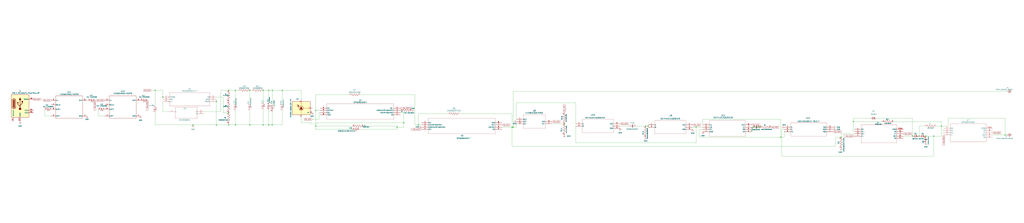
<source format=kicad_sch>
(kicad_sch (version 20231120) (generator "eeschema") (generator_version "8.0")
  (paper "User" 1165.86 254)
  (lib_symbols
    (symbol "06031A100JAT2A:06031A100JAT2A" (pin_names (offset 0.254))
      (property "Reference" "C" (at 3.81 3.81 0))
      (property "Value" "06031A100JAT2A" (at 3.81 -3.81 0))
      (symbol "06031A100JAT2A_1_1"
        (pin unspecified line (at 0 0 0) (length 2.54) (name "") (number "1"))
        (pin unspecified line (at 7.62 0 180) (length 2.54) (name "") (number "2"))
      )
      (symbol "06031A100JAT2A_1_2"
        (pin unspecified line (at 0 0 270) (length 2.54) (name "") (number "1"))
        (pin unspecified line (at 0 -7.62 90) (length 2.54) (name "") (number "2"))
      )
    )
    (symbol "Connector:Conn_Coaxial_Small" (pin_numbers hide) (pin_names (offset 1.016) hide)
      (property "Reference" "J" (at 0.254 3.048 0))
      (property "Value" "Conn_Coaxial_Small" (at 0 -3.81 0))
      (symbol "Conn_Coaxial_Small_1_1"
        (pin passive line (at -2.54 0 0) (length 1.27) (name "In") (number "1"))
        (pin passive line (at 2.54 0 180) (length 1.27) (name "Ext") (number "2"))
      )
    )
    (symbol "Connector:USB_C_Receptacle_PowerOnly_6P" (pin_names (offset 1.016))
      (property "Reference" "J" (at 0 16.51 0))
      (property "Value" "USB_C_Receptacle_PowerOnly_6P" (at 0 13.97 0))
      (symbol "USB_C_Receptacle_PowerOnly_6P_1_1"
        (pin passive line (at 0 -17.78 90) (length 5.08) (name "GND") (number "A12"))
        (pin bidirectional line (at 15.24 -5.08 180) (length 5.08) (name "CC1") (number "A5"))
        (pin passive line (at 15.24 7.62 180) (length 5.08) (name "VBUS") (number "A9"))
        (pin passive line (at 0 -17.78 90) (length 5.08) hide (name "GND") (number "B12"))
        (pin bidirectional line (at 15.24 -7.62 180) (length 5.08) (name "CC2") (number "B5"))
        (pin passive line (at 15.24 7.62 180) (length 5.08) hide (name "VBUS") (number "B9"))
        (pin passive line (at -7.62 -17.78 90) (length 5.08) (name "SHIELD") (number "S1"))
      )
    )
    (symbol "Diode:BAT54J" (pin_numbers hide) (pin_names (offset 1.016) hide)
      (property "Reference" "D" (at 0 2.54 0))
      (property "Value" "BAT54J" (at 0 -2.54 0))
      (symbol "BAT54J_1_1"
        (pin passive line (at -3.81 0 0) (length 2.54) (name "K") (number "1"))
        (pin passive line (at 3.81 0 180) (length 2.54) (name "A") (number "2"))
      )
    )
    (symbol "MICROFC-60035-SMT-TR1:MICROFC-60035-SMT-TR1" (pin_names (offset 1.016))
      (property "Reference" "U" (at -10.16 7.874 0))
      (property "Value" "MICROFC-60035-SMT-TR1" (at -10.16 -9.144 0))
      (symbol "MICROFC-60035-SMT-TR1_0_0"
        (pin passive line (at 0 -10.16 90) (length 2.54) (name "~") (number "1"))
        (pin passive line (at 12.7 0 180) (length 5.08) (name "~") (number "2"))
        (pin passive line (at 0 10.16 270) (length 5.08) (name "~") (number "3"))
        (pin power_in line (at 12.7 -5.08 180) (length 2.54) (name "EP") (number "5"))
      )
    )
    (symbol "SN74AHC1G00DCKR:SN74AHC1G00DCKR" (pin_names (offset 0.254))
      (property "Reference" "U" (at 25.4 10.16 0))
      (property "Value" "SN74AHC1G00DCKR" (at 25.4 7.62 0))
      (symbol "SN74AHC1G00DCKR_0_1"
        (pin input line (at 0 0 0) (length 7.62) (name "A") (number "1"))
        (pin input line (at 0 -2.54 0) (length 7.62) (name "B") (number "2"))
        (pin power_in line (at 50.8 -5.08 180) (length 7.62) (name "GND") (number "3"))
        (pin output line (at 50.8 -2.54 180) (length 7.62) (name "Y") (number "4"))
        (pin power_in line (at 50.8 0 180) (length 7.62) (name "VCC") (number "5"))
      )
    )
    (symbol "SN74LVC2G02DCUR:SN74LVC2G02DCUR" (pin_names (offset 0.254))
      (property "Reference" "U" (at 27.94 10.16 0))
      (property "Value" "SN74LVC2G02DCUR" (at 27.94 7.62 0))
      (symbol "SN74LVC2G02DCUR_0_1"
        (pin input line (at 0 0 0) (length 7.62) (name "1A") (number "1"))
        (pin input line (at 0 -2.54 0) (length 7.62) (name "1B") (number "2"))
        (pin output line (at 0 -5.08 0) (length 7.62) (name "2Y") (number "3"))
        (pin power_in line (at 0 -7.62 0) (length 7.62) (name "GND") (number "4"))
        (pin input line (at 55.88 -7.62 180) (length 7.62) (name "2A") (number "5"))
        (pin input line (at 55.88 -5.08 180) (length 7.62) (name "2B") (number "6"))
        (pin output line (at 55.88 -2.54 180) (length 7.62) (name "1Y") (number "7"))
        (pin power_in line (at 55.88 0 180) (length 7.62) (name "VCC") (number "8"))
      )
    )
    (symbol "UPW50B500RV:UPW50B500RV" (pin_names (offset 0.254))
      (property "Reference" "R" (at 5.715 3.81 0))
      (property "Value" "UPW50B500RV" (at 6.35 -3.81 0))
      (symbol "UPW50B500RV_1_1"
        (pin unspecified line (at 12.7 0 180) (length 2.54) (name "") (number "1"))
        (pin unspecified line (at 0 0 0) (length 2.54) (name "") (number "2"))
      )
      (symbol "UPW50B500RV_1_2"
        (pin unspecified line (at 0 12.7 270) (length 2.54) (name "") (number "1"))
        (pin unspecified line (at 0 0 90) (length 2.54) (name "") (number "2"))
      )
    )
    (symbol "power:GND" (power) (pin_numbers hide) (pin_names (offset 0) hide)
      (property "Value" "GND" (at 0 -3.81 0))
      (symbol "GND_1_1"
        (pin power_in line (at 0 0 270) (length 0) (name "~") (number "1"))
      )
    )
    (symbol "ul_ADG1201BRJZ-REEL7:ADG1201BRJZ-REEL7" (pin_names (offset 0.254))
      (property "Reference" "U" (at 27.94 10.16 0))
      (property "Value" "ADG1201BRJZ-REEL7" (at 27.94 7.62 0))
      (symbol "ADG1201BRJZ-REEL7_0_1"
        (pin power_in line (at 0 0 0) (length 7.62) (name "VDD") (number "1"))
        (pin unspecified line (at 0 -2.54 0) (length 7.62) (name "GND") (number "2"))
        (pin power_in line (at 0 -5.08 0) (length 7.62) (name "VSS") (number "3"))
        (pin unspecified line (at 55.88 -5.08 180) (length 7.62) (name "S") (number "4"))
        (pin unspecified line (at 55.88 -2.54 180) (length 7.62) (name "D") (number "5"))
        (pin unspecified line (at 55.88 0 180) (length 7.62) (name "IN") (number "6"))
      )
    )
    (symbol "ul_C0603C510J5GACTU:C0603C510J5GACTU" (pin_names (offset 0.254))
      (property "Reference" "C" (at 3.81 3.81 0))
      (property "Value" "C0603C510J5GACTU" (at 3.81 -3.81 0))
      (symbol "C0603C510J5GACTU_1_1"
        (pin unspecified line (at 0 0 0) (length 2.54) (name "") (number "1"))
        (pin unspecified line (at 7.62 0 180) (length 2.54) (name "") (number "2"))
      )
      (symbol "C0603C510J5GACTU_1_2"
        (pin unspecified line (at 0 0 270) (length 2.54) (name "") (number "1"))
        (pin unspecified line (at 0 -7.62 90) (length 2.54) (name "") (number "2"))
      )
    )
    (symbol "ul_CMF552K2300BHEB:CMF552K2300BHEB" (pin_names (offset 0.254))
      (property "Reference" "R" (at 5.715 3.81 0))
      (property "Value" "CMF552K2300BHEB" (at 6.35 -3.81 0))
      (symbol "CMF552K2300BHEB_1_1"
        (pin unspecified line (at 0 0 0) (length 2.54) (name "") (number "1"))
        (pin unspecified line (at 12.7 0 180) (length 2.54) (name "") (number "2"))
      )
      (symbol "CMF552K2300BHEB_1_2"
        (pin unspecified line (at 0 12.7 270) (length 2.54) (name "") (number "1"))
        (pin unspecified line (at 0 0 90) (length 2.54) (name "") (number "2"))
      )
    )
    (symbol "ul_CRG0402F20K:CRG0402F20K" (pin_names (offset 0.254))
      (property "Reference" "R" (at 5.715 3.81 0))
      (property "Value" "CRG0402F20K" (at 6.35 -3.81 0))
      (symbol "CRG0402F20K_1_1"
        (pin unspecified line (at 12.7 0 180) (length 2.54) (name "") (number "1"))
        (pin unspecified line (at 0 0 0) (length 2.54) (name "") (number "2"))
      )
      (symbol "CRG0402F20K_1_2"
        (pin unspecified line (at 0 12.7 270) (length 2.54) (name "") (number "1"))
        (pin unspecified line (at 0 0 90) (length 2.54) (name "") (number "2"))
      )
    )
    (symbol "ul_CRG0603F100K:CRG0603F100K" (pin_names (offset 0.254))
      (property "Reference" "R" (at 5.715 3.81 0))
      (property "Value" "CRG0603F100K" (at 6.35 -3.81 0))
      (symbol "CRG0603F100K_1_1"
        (pin unspecified line (at 12.7 0 180) (length 2.54) (name "") (number "1"))
        (pin unspecified line (at 0 0 0) (length 2.54) (name "") (number "2"))
      )
      (symbol "CRG0603F100K_1_2"
        (pin unspecified line (at 0 12.7 270) (length 2.54) (name "") (number "1"))
        (pin unspecified line (at 0 0 90) (length 2.54) (name "") (number "2"))
      )
    )
    (symbol "ul_CRG0603F10K:CRG0603F10K" (pin_names (offset 0.254))
      (property "Reference" "R" (at 5.715 3.81 0))
      (property "Value" "CRG0603F10K" (at 6.35 -3.81 0))
      (symbol "CRG0603F10K_1_1"
        (pin unspecified line (at 12.7 0 180) (length 2.54) (name "") (number "1"))
        (pin unspecified line (at 0 0 0) (length 2.54) (name "") (number "2"))
      )
      (symbol "CRG0603F10K_1_2"
        (pin unspecified line (at 0 12.7 270) (length 2.54) (name "") (number "1"))
        (pin unspecified line (at 0 0 90) (length 2.54) (name "") (number "2"))
      )
    )
    (symbol "ul_ECH-U1H103GX5:ECH-U1H103GX5" (pin_names (offset 0.254))
      (property "Reference" "C" (at 3.81 3.81 0))
      (property "Value" "ECH-U1H103GX5" (at 3.81 -3.81 0))
      (symbol "ECH-U1H103GX5_1_1"
        (pin unspecified line (at 0 0 0) (length 2.54) (name "") (number "1"))
        (pin unspecified line (at 7.62 0 180) (length 2.54) (name "") (number "2"))
      )
      (symbol "ECH-U1H103GX5_1_2"
        (pin unspecified line (at 0 0 270) (length 2.54) (name "") (number "1"))
        (pin unspecified line (at 0 -7.62 90) (length 2.54) (name "") (number "2"))
      )
    )
    (symbol "ul_EEE-1HA3R3SR:EEE-1HA3R3SR" (pin_names (offset 0.254))
      (property "Reference" "C" (at 3.81 3.81 0))
      (property "Value" "EEE-1HA3R3SR" (at 3.81 -3.81 0))
      (symbol "EEE-1HA3R3SR_1_1"
        (pin unspecified line (at 0 0 0) (length 2.54) (name "") (number "1"))
        (pin unspecified line (at 7.62 0 180) (length 2.54) (name "") (number "2"))
      )
      (symbol "EEE-1HA3R3SR_1_2"
        (pin unspecified line (at 0 -7.62 90) (length 2.54) (name "") (number "1"))
        (pin unspecified line (at 0 0 270) (length 2.54) (name "") (number "2"))
      )
    )
    (symbol "ul_EEE-FK1H101P:EEE-FK1H101P" (pin_names (offset 0.254))
      (property "Reference" "C" (at 3.81 3.81 0))
      (property "Value" "EEE-FK1H101P" (at 3.81 -3.81 0))
      (symbol "EEE-FK1H101P_1_1"
        (pin unspecified line (at 0 0 0) (length 2.54) (name "") (number "1"))
        (pin unspecified line (at 7.62 0 180) (length 2.54) (name "") (number "2"))
      )
      (symbol "EEE-FK1H101P_1_2"
        (pin unspecified line (at 0 -7.62 90) (length 2.54) (name "") (number "1"))
        (pin unspecified line (at 0 0 270) (length 2.54) (name "") (number "2"))
      )
    )
    (symbol "ul_EEE-FK1V220R:EEE-FK1V220R" (pin_names (offset 0.254))
      (property "Reference" "C" (at 3.81 3.81 0))
      (property "Value" "EEE-FK1V220R" (at 3.81 -3.81 0))
      (symbol "EEE-FK1V220R_1_1"
        (pin unspecified line (at 0 0 0) (length 2.54) (name "") (number "1"))
        (pin unspecified line (at 7.62 0 180) (length 2.54) (name "") (number "2"))
      )
      (symbol "EEE-FK1V220R_1_2"
        (pin unspecified line (at 0 -7.62 90) (length 2.54) (name "") (number "1"))
        (pin unspecified line (at 0 0 270) (length 2.54) (name "") (number "2"))
      )
    )
    (symbol "ul_ERJ-1TYJ202U:ERJ-1TYJ202U" (pin_names (offset 0.254))
      (property "Reference" "R" (at 5.715 3.81 0))
      (property "Value" "ERJ-1TYJ202U" (at 6.35 -3.81 0))
      (symbol "ERJ-1TYJ202U_1_1"
        (pin unspecified line (at 12.7 0 180) (length 2.54) (name "") (number "1"))
        (pin unspecified line (at 0 0 0) (length 2.54) (name "") (number "2"))
      )
      (symbol "ERJ-1TYJ202U_1_2"
        (pin unspecified line (at 0 12.7 270) (length 2.54) (name "") (number "1"))
        (pin unspecified line (at 0 0 90) (length 2.54) (name "") (number "2"))
      )
    )
    (symbol "ul_ERJ-2GEJ202X:ERJ-2GEJ202X" (pin_names (offset 0.254))
      (property "Reference" "R" (at 5.715 3.81 0))
      (property "Value" "ERJ-2GEJ202X" (at 6.35 -3.81 0))
      (symbol "ERJ-2GEJ202X_1_1"
        (pin unspecified line (at 12.7 0 180) (length 2.54) (name "") (number "1"))
        (pin unspecified line (at 0 0 0) (length 2.54) (name "") (number "2"))
      )
      (symbol "ERJ-2GEJ202X_1_2"
        (pin unspecified line (at 0 12.7 270) (length 2.54) (name "") (number "1"))
        (pin unspecified line (at 0 0 90) (length 2.54) (name "") (number "2"))
      )
    )
    (symbol "ul_ERJ-3EKF2002V:ERJ-3EKF2002V" (pin_names (offset 0.254))
      (property "Reference" "R" (at 5.715 3.81 0))
      (property "Value" "ERJ-3EKF2002V" (at 6.35 -3.81 0))
      (symbol "ERJ-3EKF2002V_1_1"
        (pin unspecified line (at 12.7 0 180) (length 2.54) (name "") (number "1"))
        (pin unspecified line (at 0 0 0) (length 2.54) (name "") (number "2"))
      )
      (symbol "ERJ-3EKF2002V_1_2"
        (pin unspecified line (at 0 12.7 270) (length 2.54) (name "") (number "1"))
        (pin unspecified line (at 0 0 90) (length 2.54) (name "") (number "2"))
      )
    )
    (symbol "ul_ERJ-6GEYJ204V:ERJ-6GEYJ204V" (pin_names (offset 0.254))
      (property "Reference" "R" (at 5.715 3.81 0))
      (property "Value" "ERJ-6GEYJ204V" (at 6.35 -3.81 0))
      (symbol "ERJ-6GEYJ204V_1_1"
        (pin unspecified line (at 12.7 0 180) (length 2.54) (name "") (number "1"))
        (pin unspecified line (at 0 0 0) (length 2.54) (name "") (number "2"))
      )
      (symbol "ERJ-6GEYJ204V_1_2"
        (pin unspecified line (at 0 12.7 270) (length 2.54) (name "") (number "1"))
        (pin unspecified line (at 0 0 90) (length 2.54) (name "") (number "2"))
      )
    )
    (symbol "ul_GRM0335C1E100JA01D:GRM0335C1E100JA01D" (pin_names (offset 0.254))
      (property "Reference" "C" (at 3.81 3.81 0))
      (property "Value" "GRM0335C1E100JA01D" (at 3.81 -3.81 0))
      (symbol "GRM0335C1E100JA01D_1_1"
        (pin unspecified line (at 0 0 0) (length 2.54) (name "1") (number "1"))
        (pin unspecified line (at 7.62 0 180) (length 2.54) (name "2") (number "2"))
      )
      (symbol "GRM0335C1E100JA01D_1_2"
        (pin unspecified line (at 0 0 270) (length 2.54) (name "1") (number "1"))
        (pin unspecified line (at 0 -7.62 90) (length 2.54) (name "2") (number "2"))
      )
    )
    (symbol "ul_GRM155R60J106ME05D:GRM155R60J106ME05D" (pin_names (offset 0.254))
      (property "Reference" "C" (at 3.81 3.81 0))
      (property "Value" "GRM155R60J106ME05D" (at 3.81 -3.81 0))
      (symbol "GRM155R60J106ME05D_1_1"
        (pin unspecified line (at 0 0 0) (length 2.54) (name "") (number "1"))
        (pin unspecified line (at 7.62 0 180) (length 2.54) (name "") (number "2"))
      )
      (symbol "GRM155R60J106ME05D_1_2"
        (pin unspecified line (at 0 0 270) (length 2.54) (name "") (number "1"))
        (pin unspecified line (at 0 -7.62 90) (length 2.54) (name "") (number "2"))
      )
    )
    (symbol "ul_GRM155R60J475ME87D:GRM155R60J475ME87D" (pin_names (offset 0.254))
      (property "Reference" "C" (at 3.81 3.81 0))
      (property "Value" "GRM155R60J475ME87D" (at 3.81 -3.81 0))
      (symbol "GRM155R60J475ME87D_1_1"
        (pin unspecified line (at 0 0 0) (length 2.54) (name "") (number "1"))
        (pin unspecified line (at 7.62 0 180) (length 2.54) (name "") (number "2"))
      )
      (symbol "GRM155R60J475ME87D_1_2"
        (pin unspecified line (at 0 0 270) (length 2.54) (name "") (number "1"))
        (pin unspecified line (at 0 -7.62 90) (length 2.54) (name "") (number "2"))
      )
    )
    (symbol "ul_LM2664M6X-NOPB:LM2664M6X_NOPB" (pin_names (offset 0.254))
      (property "Reference" "U" (at 0 2.54 0))
      (property "Value" "LM2664M6X/NOPB" (at 0 0 0))
      (symbol "LM2664M6X_NOPB_0_1"
        (pin power_in line (at 20.32 -10.16 180) (length 5.08) (name "GND") (number "1"))
        (pin power_in line (at -20.32 -10.16 0) (length 5.08) (name "CAP-") (number "3"))
        (pin input line (at -20.32 2.54 0) (length 5.08) (name "SD_N") (number "4"))
        (pin power_in line (at -20.32 7.62 0) (length 5.08) (name "V+") (number "5"))
        (pin power_in line (at -20.32 -2.54 0) (length 5.08) (name "CAP+") (number "6"))
        (pin power_in line (at 20.32 7.62 180) (length 5.08) (name "OUT") (number "6"))
      )
    )
    (symbol "ul_M55342E06B400BRT0:M55342E06B400BRT0" (pin_names (offset 0.254))
      (property "Reference" "R" (at 5.715 3.81 0))
      (property "Value" "M55342E06B400BRT0" (at 6.35 -3.81 0))
      (symbol "M55342E06B400BRT0_1_1"
        (pin unspecified line (at 0 0 0) (length 2.54) (name "") (number "1"))
        (pin unspecified line (at 12.7 0 180) (length 2.54) (name "") (number "2"))
      )
      (symbol "M55342E06B400BRT0_1_2"
        (pin unspecified line (at 0 12.7 270) (length 2.54) (name "") (number "1"))
        (pin unspecified line (at 0 0 90) (length 2.54) (name "") (number "2"))
      )
    )
    (symbol "ul_MAX5025EUT-T:MAX5025EUT+T" (pin_names (offset 0.254))
      (property "Reference" "U" (at 30.48 10.16 0))
      (property "Value" "MAX5025EUT+T" (at 30.48 7.62 0))
      (symbol "MAX5025EUT+T_0_1"
        (pin power_in line (at 0 0 0) (length 7.62) (name "PGND") (number "1"))
        (pin power_in line (at 0 -2.54 0) (length 7.62) (name "GND") (number "2"))
        (pin input line (at 0 -5.08 0) (length 7.62) (name "FB") (number "3"))
        (pin input line (at 60.96 -5.08 180) (length 7.62) (name "*SHDN") (number "4"))
        (pin power_in line (at 60.96 -2.54 180) (length 7.62) (name "VCC") (number "5"))
        (pin output line (at 60.96 0 180) (length 7.62) (name "LX") (number "6"))
      )
    )
    (symbol "ul_OPA354AIDDA:OPA354AIDDA" (pin_names (offset 0.254))
      (property "Reference" "U" (at 27.94 10.16 0))
      (property "Value" "OPA354AIDDA" (at 27.94 7.62 0))
      (symbol "OPA354AIDDA_0_1"
        (pin unspecified line (at 0 0 0) (length 7.62) (name "NC") (number "1"))
        (pin input line (at 0 -2.54 0) (length 7.62) (name "IN-") (number "2"))
        (pin input line (at 0 -5.08 0) (length 7.62) (name "IN+") (number "3"))
        (pin power_in line (at 0 -7.62 0) (length 7.62) (name "V-") (number "4"))
        (pin unspecified line (at 55.88 -10.16 180) (length 7.62) (name "NC") (number "5"))
        (pin output line (at 55.88 -7.62 180) (length 7.62) (name "OUT") (number "6"))
        (pin power_in line (at 55.88 -5.08 180) (length 7.62) (name "V+") (number "7"))
        (pin unspecified line (at 55.88 -2.54 180) (length 7.62) (name "NC") (number "8"))
        (pin unspecified line (at 55.88 0 180) (length 7.62) (name "EPAD") (number "EPAD"))
      )
    )
    (symbol "ul_OPA695IDGKT:OPA695IDGKT" (pin_names (offset 0.254))
      (property "Reference" "U" (at 45.72 10.16 0))
      (property "Value" "OPA695IDGKT" (at 45.72 7.62 0))
      (symbol "OPA695IDGKT_0_1"
        (pin unspecified line (at 0 0 0) (length 7.62) (name "NC") (number "1"))
        (pin input line (at 0 -2.54 0) (length 7.62) (name "INVERTINGINPUT") (number "2"))
        (pin input line (at 0 -5.08 0) (length 7.62) (name "NONINVERTINGINPUT") (number "3"))
        (pin power_in line (at 0 -7.62 0) (length 7.62) (name "VS-") (number "4"))
        (pin unspecified line (at 91.44 -7.62 180) (length 7.62) (name "NC") (number "5"))
        (pin output line (at 91.44 -5.08 180) (length 7.62) (name "OUTPUT") (number "6"))
        (pin power_in line (at 91.44 -2.54 180) (length 7.62) (name "VS+") (number "7"))
        (pin unspecified line (at 91.44 0 180) (length 7.62) (name "*DIS") (number "8"))
      )
    )
    (symbol "ul_RNC50J1341BSB14:RNC50J1341BSB14" (pin_names (offset 0.254))
      (property "Reference" "R" (at 5.715 3.81 0))
      (property "Value" "RNC50J1341BSB14" (at 6.35 -3.81 0))
      (symbol "RNC50J1341BSB14_0_1"
        (pin unspecified line (at 0 0 0) (length 2.54) (name "") (number "1"))
        (pin unspecified line (at 12.7 0 180) (length 2.54) (name "") (number "2"))
      )
    )
    (symbol "ul_ROX3SJ10R:ROX3SJ10R" (pin_names (offset 0.254))
      (property "Reference" "R" (at 5.715 3.81 0))
      (property "Value" "ROX3SJ10R" (at 6.35 -3.81 0))
      (symbol "ROX3SJ10R_1_1"
        (pin unspecified line (at 0 0 0) (length 2.54) (name "") (number "1"))
        (pin unspecified line (at 12.7 0 180) (length 2.54) (name "") (number "2"))
      )
      (symbol "ROX3SJ10R_1_2"
        (pin unspecified line (at 0 12.7 270) (length 2.54) (name "") (number "1"))
        (pin unspecified line (at 0 0 90) (length 2.54) (name "") (number "2"))
      )
    )
    (symbol "ul_TLV3601QDCKRQ1:TLV3601QDCKRQ1" (pin_names (offset 0.254))
      (property "Reference" "U" (at 20.32 10.16 0))
      (property "Value" "TLV3601QDCKRQ1" (at 20.32 7.62 0))
      (symbol "TLV3601QDCKRQ1_0_1"
        (pin output line (at 0 0 0) (length 7.62) (name "OUT") (number "1"))
        (pin power_in line (at 0 -2.54 0) (length 7.62) (name "VEE") (number "2"))
        (pin input line (at 0 -5.08 0) (length 7.62) (name "IN+") (number "3"))
        (pin input line (at 40.64 -5.08 180) (length 7.62) (name "IN-") (number "4"))
        (pin power_in line (at 40.64 -2.54 180) (length 7.62) (name "VCC") (number "5"))
      )
    )
    (symbol "ul_ZHCS500TA:ZHCS500TA" (pin_names (offset 0.254))
      (property "Reference" "U" (at 20.32 10.16 0))
      (property "Value" "ZHCS500TA" (at 20.32 7.62 0))
      (symbol "ZHCS500TA_0_1"
        (pin unspecified line (at 0 0 0) (length 7.62) (name "1") (number "1"))
        (pin unspecified line (at 40.64 -2.54 180) (length 7.62) (name "2") (number "2"))
        (pin unspecified line (at 40.64 0 180) (length 7.62) (name "3") (number "3"))
      )
    )
  )
  (junction (at 1062.99 154.94))
  (junction (at 246.38 115.57))
  (junction (at 260.35 142.24))
  (junction (at 857.504 144.78))
  (junction (at 452.12 144.78))
  (junction (at 246.38 142.24))
  (junction (at 284.48 142.24))
  (junction (at 284.48 102.87))
  (junction (at 1046.48 154.94))
  (junction (at 735.076 143.51))
  (junction (at 359.41 143.51))
  (junction (at 459.74 139.7))
  (junction (at 865.124 144.78))
  (junction (at 260.35 102.87))
  (junction (at 176.53 102.87))
  (junction (at 1071.88 143.51))
  (junction (at 219.71 142.24))
  (junction (at 582.93 144.78))
  (junction (at 584.2 144.78))
  (junction (at 306.07 102.87))
  (junction (at 476.25 142.24))
  (junction (at 957.58 156.21))
  (junction (at 310.134 102.87))
  (junction (at 267.97 102.87))
  (junction (at 1038.86 154.94))
  (junction (at 889 156.21))
  (junction (at 267.97 142.24))
  (junction (at 359.41 125.73))
  (junction (at 306.07 142.24))
  (junction (at 299.72 102.87))
  (junction (at 855.98 148.59))
  (junction (at 260.35 128.27))
  (junction (at 971.55 138.43))
  (junction (at 737.87 143.51))
  (junction (at 309.88 142.24))
  (junction (at 321.31 102.87))
  (junction (at 642.62 140.97))
  (junction (at 792.48 144.78))
  (junction (at 299.72 142.24))
  (junction (at 1054.1 154.94))
  (junction (at 1144.27 153.67))
  (junction (at 185.42 110.49))
  (wire (pts (xy 1046.48 143.51) (xy 1052.83 143.51)))
  (wire (pts (xy 246.38 142.24) (xy 219.71 142.24)))
  (wire (pts (xy 185.42 110.49) (xy 185.42 113.03)))
  (wire (pts (xy 582.93 129.54) (xy 582.93 144.78)))
  (wire (pts (xy 360.68 139.7) (xy 459.74 139.7)))
  (wire (pts (xy 185.42 115.57) (xy 185.42 127)))
  (wire (pts (xy 800.1 135.89) (xy 889 135.89)))
  (wire (pts (xy 792.48 162.56) (xy 792.48 144.78)))
  (wire (pts (xy 246.38 142.24) (xy 260.35 142.24)))
  (wire (pts (xy 321.31 125.73) (xy 321.31 142.24)))
  (wire (pts (xy 892.81 147.32) (xy 890.27 147.32)))
  (wire (pts (xy 176.53 142.24) (xy 176.53 128.27)))
  (wire (pts (xy 723.9 143.51) (xy 735.076 143.51)))
  (wire (pts (xy 284.48 102.87) (xy 287.02 102.87)))
  (wire (pts (xy 100.33 114.3) (xy 99.06 114.3)))
  (wire (pts (xy 342.9 133.35) (xy 342.9 139.7)))
  (wire (pts (xy 306.07 142.24) (xy 309.88 142.24)))
  (wire (pts (xy 523.24 129.54) (xy 582.93 129.54)))
  (wire (pts (xy 971.55 149.86) (xy 971.55 138.43)))
  (wire (pts (xy 309.88 127) (xy 309.88 142.24)))
  (wire (pts (xy 877.824 144.78) (xy 877.57 144.78)))
  (wire (pts (xy 111.76 124.46) (xy 111.76 132.08)))
  (wire (pts (xy 800.1 149.86) (xy 800.354 149.86)))
  (wire (pts (xy 359.41 125.73) (xy 359.41 143.51)))
  (wire (pts (xy 582.93 144.78) (xy 582.93 166.37)))
  (wire (pts (xy 401.32 143.51) (xy 359.41 143.51)))
  (wire (pts (xy 306.07 102.87) (xy 310.134 102.87)))
  (wire (pts (xy 971.55 134.62) (xy 990.6 134.62)))
  (wire (pts (xy 1062.99 177.8) (xy 1062.99 154.94)))
  (wire (pts (xy 971.55 138.43) (xy 971.55 134.62)))
  (wire (pts (xy 306.07 116.84) (xy 306.07 102.87)))
  (wire (pts (xy 865.124 144.78) (xy 865.124 148.59)))
  (wire (pts (xy 452.12 144.78) (xy 452.12 147.32)))
  (wire (pts (xy 1065.53 143.51) (xy 1071.88 143.51)))
  (wire (pts (xy 260.35 102.87) (xy 267.97 102.87)))
  (wire (pts (xy 957.58 156.21) (xy 957.58 152.4)))
  (wire (pts (xy 1144.27 134.62) (xy 1144.27 153.67)))
  (wire (pts (xy 50.8 132.08) (xy 58.42 132.08)))
  (wire (pts (xy 1071.88 143.51) (xy 1079.5 143.51)))
  (wire (pts (xy 452.12 143.51) (xy 452.12 144.78)))
  (wire (pts (xy 309.88 142.24) (xy 321.31 142.24)))
  (wire (pts (xy 957.58 152.4) (xy 972.82 152.4)))
  (wire (pts (xy 737.87 142.24) (xy 737.87 143.51)))
  (wire (pts (xy 951.23 166.37) (xy 951.23 156.21)))
  (wire (pts (xy 232.41 127) (xy 251.46 127)))
  (wire (pts (xy 1017.27 138.43) (xy 1071.88 138.43)))
  (wire (pts (xy 796.29 156.21) (xy 889 156.21)))
  (wire (pts (xy 310.134 102.87) (xy 321.31 102.87)))
  (wire (pts (xy 176.53 102.87) (xy 185.42 102.87)))
  (wire (pts (xy 571.5 144.78) (xy 582.93 144.78)))
  (wire (pts (xy 582.93 144.78) (xy 584.2 144.78)))
  (wire (pts (xy 284.48 125.73) (xy 284.48 142.24)))
  (wire (pts (xy 972.82 149.86) (xy 971.55 149.86)))
  (wire (pts (xy 342.9 102.87) (xy 342.9 113.03)))
  (wire (pts (xy 706.12 143.51) (xy 716.28 143.51)))
  (wire (pts (xy 246.38 115.57) (xy 246.38 142.24)))
  (wire (pts (xy 176.53 120.65) (xy 176.53 102.87)))
  (wire (pts (xy 889 135.89) (xy 889 156.21)))
  (wire (pts (xy 360.68 139.7) (xy 360.68 140.97)))
  (wire (pts (xy 588.01 116.84) (xy 655.32 116.84)))
  (wire (pts (xy 889 156.21) (xy 892.81 156.21)))
  (wire (pts (xy 796.29 147.32) (xy 796.29 156.21)))
  (wire (pts (xy 855.98 148.59) (xy 855.98 149.86)))
  (wire (pts (xy 267.97 102.87) (xy 267.97 118.11)))
  (wire (pts (xy 855.98 147.32) (xy 855.98 148.59)))
  (wire (pts (xy 306.07 124.46) (xy 306.07 142.24)))
  (wire (pts (xy 737.87 143.51) (xy 737.87 144.78)))
  (wire (pts (xy 1062.99 154.94) (xy 1071.88 154.94)))
  (wire (pts (xy 251.46 102.87) (xy 260.35 102.87)))
  (wire (pts (xy 1071.88 143.51) (xy 1071.88 148.59)))
  (wire (pts (xy 472.44 107.95) (xy 472.44 142.24)))
  (wire (pts (xy 1038.86 154.94) (xy 1028.7 154.94)))
  (wire (pts (xy 267.97 125.73) (xy 267.97 142.24)))
  (wire (pts (xy 1054.1 154.94) (xy 1062.99 154.94)))
  (wire (pts (xy 588.01 144.78) (xy 588.01 140.97)))
  (wire (pts (xy 267.97 102.87) (xy 271.78 102.87)))
  (wire (pts (xy 408.94 147.32) (xy 452.12 147.32)))
  (wire (pts (xy 254 128.27) (xy 260.35 128.27)))
  (wire (pts (xy 299.72 124.46) (xy 299.72 142.24)))
  (wire (pts (xy 892.81 156.21) (xy 892.81 149.86)))
  (wire (pts (xy 584.2 104.14) (xy 1146.81 104.14)))
  (wire (pts (xy 219.71 142.24) (xy 176.53 142.24)))
  (wire (pts (xy 998.22 134.62) (xy 1038.86 134.62)))
  (wire (pts (xy 584.2 144.78) (xy 588.01 144.78)))
  (wire (pts (xy 260.35 140.97) (xy 260.35 142.24)))
  (wire (pts (xy 50.8 124.46) (xy 50.8 132.08)))
  (wire (pts (xy 1071.88 148.59) (xy 1074.42 148.59)))
  (wire (pts (xy 267.97 142.24) (xy 284.48 142.24)))
  (wire (pts (xy 185.42 102.87) (xy 185.42 110.49)))
  (wire (pts (xy 792.48 144.78) (xy 800.1 144.78)))
  (wire (pts (xy 1144.27 153.67) (xy 1146.81 153.67)))
  (wire (pts (xy 1079.5 143.51) (xy 1079.5 134.62)))
  (wire (pts (xy 355.6 135.89) (xy 363.22 135.89)))
  (wire (pts (xy 588.01 135.89) (xy 588.01 116.84)))
  (wire (pts (xy 185.42 127) (xy 191.77 127)))
  (wire (pts (xy 459.74 144.78) (xy 452.12 144.78)))
  (wire (pts (xy 359.41 125.73) (xy 364.49 125.73)))
  (wire (pts (xy 1071.88 151.13) (xy 1074.42 151.13)))
  (wire (pts (xy 172.72 102.87) (xy 176.53 102.87)))
  (wire (pts (xy 354.33 139.7) (xy 354.33 140.97)))
  (wire (pts (xy 1144.27 153.67) (xy 1130.3 153.67)))
  (wire (pts (xy 476.25 129.54) (xy 510.54 129.54)))
  (wire (pts (xy 951.23 156.21) (xy 957.58 156.21)))
  (wire (pts (xy 628.65 140.97) (xy 642.62 140.97)))
  (wire (pts (xy 857.504 144.78) (xy 865.124 144.78)))
  (wire (pts (xy 410.21 107.95) (xy 472.44 107.95)))
  (wire (pts (xy 246.38 113.03) (xy 246.38 115.57)))
  (wire (pts (xy 1071.88 154.94) (xy 1071.88 151.13)))
  (wire (pts (xy 284.48 142.24) (xy 299.72 142.24)))
  (wire (pts (xy 655.32 162.56) (xy 792.48 162.56)))
  (wire (pts (xy 363.22 135.89) (xy 363.22 128.27)))
  (wire (pts (xy 472.44 142.24) (xy 476.25 142.24)))
  (wire (pts (xy 890.27 147.32) (xy 890.27 177.8)))
  (wire (pts (xy 1038.86 134.62) (xy 1038.86 154.94)))
  (wire (pts (xy 1046.48 154.94) (xy 1046.48 143.51)))
  (wire (pts (xy 299.72 142.24) (xy 306.07 142.24)))
  (wire (pts (xy 1071.88 138.43) (xy 1071.88 143.51)))
  (wire (pts (xy 735.076 143.51) (xy 737.87 143.51)))
  (wire (pts (xy 459.74 139.7) (xy 459.74 128.27)))
  (wire (pts (xy 792.48 144.78) (xy 788.67 144.78)))
  (wire (pts (xy 363.22 128.27) (xy 364.49 128.27)))
  (wire (pts (xy 359.41 107.95) (xy 397.51 107.95)))
  (wire (pts (xy 401.32 147.32) (xy 359.41 147.32)))
  (wire (pts (xy 459.74 128.27) (xy 455.93 128.27)))
  (wire (pts (xy 890.27 177.8) (xy 1062.99 177.8)))
  (wire (pts (xy 855.98 144.78) (xy 857.504 144.78)))
  (wire (pts (xy 1079.5 134.62) (xy 1144.27 134.62)))
  (wire (pts (xy 476.25 142.24) (xy 480.06 142.24)))
  (wire (pts (xy 414.02 143.51) (xy 452.12 143.51)))
  (wire (pts (xy 359.41 143.51) (xy 359.41 147.32)))
  (wire (pts (xy 310.134 102.87) (xy 310.134 119.38)))
  (wire (pts (xy 321.31 102.87) (xy 321.31 118.11)))
  (wire (pts (xy 459.74 139.7) (xy 459.74 144.78)))
  (wire (pts (xy 321.31 102.87) (xy 342.9 102.87)))
  (wire (pts (xy 342.9 139.7) (xy 354.33 139.7)))
  (wire (pts (xy 655.32 143.51) (xy 655.32 162.56)))
  (wire (pts (xy 299.72 102.87) (xy 299.72 116.84)))
  (wire (pts (xy 354.33 140.97) (xy 360.68 140.97)))
  (wire (pts (xy 582.93 166.37) (xy 951.23 166.37)))
  (wire (pts (xy 111.76 132.08) (xy 119.38 132.08)))
  (wire (pts (xy 584.2 144.78) (xy 584.2 104.14)))
  (wire (pts (xy 267.97 142.24) (xy 260.35 142.24)))
  (wire (pts (xy 284.48 102.87) (xy 284.48 118.11)))
  (wire (pts (xy 655.32 116.84) (xy 655.32 140.97)))
  (wire (pts (xy 310.134 119.38) (xy 309.88 119.38)))
  (wire (pts (xy 306.07 102.87) (xy 299.72 102.87)))
  (wire (pts (xy 800.1 147.32) (xy 796.29 147.32)))
  (wire (pts (xy 251.46 127) (xy 251.46 102.87)))
  (wire (pts (xy 254 110.49) (xy 254 128.27)))
  (wire (pts (xy 800.1 142.24) (xy 800.1 135.89)))
  (wire (pts (xy 855.98 148.59) (xy 865.124 148.59)))
  (wire (pts (xy 476.25 129.54) (xy 476.25 142.24)))
  (wire (pts (xy 246.38 110.49) (xy 254 110.49)))
  (wire (pts (xy 359.41 125.73) (xy 359.41 107.95)))
  (wire (pts (xy 971.55 138.43) (xy 1004.57 138.43)))
  (global_label "-5V_VEE2" (shape output) (at 167.64 114.3 270) (property "Intersheetrefs" "${INTERSHEET_REFS}" (effects (hide yes))))
  (global_label "5V_VCC" (shape input) (at 855.98 142.24 0) (property "Intersheetrefs" "${INTERSHEET_REFS}" (effects (hide yes))))
  (global_label "-5V_VEE1" (shape input) (at 480.06 147.32 180) (property "Intersheetrefs" "${INTERSHEET_REFS}" (effects (hide yes))))
  (global_label "5V_VCC" (shape input) (at 788.67 142.24 0) (property "Intersheetrefs" "${INTERSHEET_REFS}" (effects (hide yes))))
  (global_label "-5V_VEE2" (shape input) (at 1074.42 153.67 270) (property "Intersheetrefs" "${INTERSHEET_REFS}" (effects (hide yes))))
  (global_label "5V_VCC" (shape input) (at 877.57 144.78 0) (property "Intersheetrefs" "${INTERSHEET_REFS}" (effects (hide yes))))
  (global_label "5V_VCC" (shape input) (at 706.12 140.97 0) (property "Intersheetrefs" "${INTERSHEET_REFS}" (effects (hide yes))))
  (global_label "5V_VCC" (shape input) (at 628.65 138.43 0) (property "Intersheetrefs" "${INTERSHEET_REFS}" (effects (hide yes))))
  (global_label "-5V_VEE1" (shape output) (at 107.95 114.3 270) (property "Intersheetrefs" "${INTERSHEET_REFS}" (effects (hide yes))))
  (global_label "-5V_VEE2" (shape input) (at 972.82 154.94 180) (property "Intersheetrefs" "${INTERSHEET_REFS}" (effects (hide yes))))
  (global_label "5V_VCC" (shape input) (at 948.69 149.86 0) (property "Intersheetrefs" "${INTERSHEET_REFS}" (effects (hide yes))))
  (global_label "5V_VCC" (shape input) (at 1028.7 152.4 0) (property "Intersheetrefs" "${INTERSHEET_REFS}" (effects (hide yes))))
  (global_label "5V_VCC" (shape input) (at 1130.3 151.13 0) (property "Intersheetrefs" "${INTERSHEET_REFS}" (effects (hide yes))))
  (global_label "-5V_VEE1" (shape input) (at 455.93 123.19 0) (property "Intersheetrefs" "${INTERSHEET_REFS}" (effects (hide yes))))
  (global_label "5V_VCC" (shape input) (at 119.38 114.3 180) (property "Intersheetrefs" "${INTERSHEET_REFS}" (effects (hide yes))))
  (global_label "5V_VCC" (shape input) (at 571.5 142.24 0) (property "Intersheetrefs" "${INTERSHEET_REFS}" (effects (hide yes))))
  (global_label "5V_VCC" (shape input) (at 642.62 128.27 90) (property "Intersheetrefs" "${INTERSHEET_REFS}" (effects (hide yes))))
  (global_label "5V_VCC" (shape input) (at 58.42 114.3 180) (property "Intersheetrefs" "${INTERSHEET_REFS}" (effects (hide yes))))
  (global_label "5V_VCC" (shape input) (at 355.6 135.89 180) (property "Intersheetrefs" "${INTERSHEET_REFS}" (effects (hide yes))))
  (global_label "5V_VCC" (shape input) (at 172.72 102.87 180) (property "Intersheetrefs" "${INTERSHEET_REFS}" (effects (hide yes))))
  (global_label "5V_VCC" (shape output) (at 38.1 113.03 0) (property "Intersheetrefs" "${INTERSHEET_REFS}" (effects (hide yes))))
  (symbol (lib_id "ul_RNC50J1341BSB14:RNC50J1341BSB14") (at 1052.83 143.51 0) (unit 1)
    (property "Reference" "R13" (at 1058.672 141.224 0) (effects (font (size 0.524 0.524))))
    (property "Value" "RNC50J1341BSB14" (at 1059.434 145.796 0) (effects (font (size 0.524 0.524))))
    (property "Footprint" "ul_RNC50J1341BSB14:ERC50_VIS" (effects (hide yes)))
    (property "Datasheet" "RNC50J1341BSB14" (effects (hide yes)))
  )
  (symbol (lib_id "SN74LVC2G02DCUR:SN74LVC2G02DCUR") (at 800.1 142.24 0) (unit 1)
    (property "Reference" "U14" (at 823.468 131.318 0) (effects (font (size 1.524 1.524))))
    (property "Value" "SN74LVC2G02DCUR" (at 823.468 133.858 0) (effects (font (size 1.524 1.524))))
    (property "Footprint" "SN74LVC2G02DCUR:DCU8_TEX-M" (effects (hide yes)))
    (property "Datasheet" "SN74LVC2G02DCUR" (effects (hide yes)))
  )
  (symbol (lib_id "UPW50B500RV:UPW50B500RV") (at 299.72 102.87 180) (unit 1)
    (property "Reference" "R11" (at 293.37 98.298 0) (effects (font (size 1.524 1.524))))
    (property "Value" "UPW50B500RV" (at 293.37 100.33 0) (effects (font (size 1.016 1.016))))
    (property "Footprint" "ul_UPW50B50RV:RES_UPW50_TYCO_TYC" (effects (hide yes)))
    (property "Datasheet" "UPW50B500RV" (effects (hide yes)))
  )
  (symbol (lib_id "SN74AHC1G00DCKR:SN74AHC1G00DCKR") (at 655.32 140.97 0) (unit 1)
    (property "Reference" "U10" (at 675.132 130.81 0) (effects (font (size 1.524 1.524))))
    (property "Value" "SN74AHC1G00DCKR" (at 677.672 134.112 0) (effects (font (size 1.524 1.524))))
    (property "Footprint" "SN74AHC1G00DCKR:DCK5-L" (effects (hide yes)))
    (property "Datasheet" "SN74AHC1G00DCKR" (effects (hide yes)))
  )
  (symbol (lib_id "06031A100JAT2A:06031A100JAT2A") (at 401.32 147.32 0) (unit 1)
    (property "Reference" "C6" (at 399.288 145.796 0) (effects (font (size 1.524 1.524))))
    (property "Value" "06031A100JAT2A" (at 394.462 149.098 0) (effects (font (size 1.524 1.524))))
    (property "Footprint" "ul_06031A100JAT2A:CAP_0603G_AVX-M" (effects (hide yes)))
    (property "Datasheet" "06031A100JAT2A" (effects (hide yes)))
  )
  (symbol (lib_id "ul_ECH-U1H103GX5:ECH-U1H103GX5") (at 309.88 119.38 270) (unit 1)
    (property "Reference" "C4" (at 309.118 114.808 0) (effects (font (size 1.524 1.524)) (justify left)))
    (property "Value" "ECH-U1H103GX5" (at 311.912 114.3 0) (effects (font (size 0.524 0.524)) (justify left)))
    (property "Footprint" "ul_ECH-U1H103GX5:CAP_H2_PAN-M" (effects (hide yes)))
    (property "Datasheet" "ECH-U1H103GX5" (effects (hide yes)))
  )
  (symbol (lib_id "ul_CRG0603F10K:CRG0603F10K") (at 260.35 140.97 90) (unit 1)
    (property "Reference" "R6" (at 255.27 134.112 90) (effects (font (size 1.016 1.016)) (justify right)))
    (property "Value" "CRG0603F10K" (at 248.666 136.652 90) (effects (font (size 1.016 1.016)) (justify right)))
    (property "Footprint" "ul_CRG0603F100K:RES0603_CRG_TYCO_TYC-M" (effects (hide yes)))
    (property "Datasheet" "CRG0603F10K" (effects (hide yes)))
  )
  (symbol (lib_id "power:GND") (at 99.06 132.08 0) (unit 1)
    (property "Reference" "#PWR02" (effects (hide yes)))
    (property "Value" "GND" (at 99.06 135.89 0))
    (property "Description" "Power symbol creates a global label with name \"GND\" , ground" (effects (hide yes)))
  )
  (symbol (lib_id "ul_ECH-U1H103GX5:ECH-U1H103GX5") (at 306.07 116.84 270) (unit 1)
    (property "Reference" "C5" (at 305.054 113.03 0) (effects (font (size 1.524 1.524)) (justify left)))
    (property "Value" "ECH-U1H103GX5" (at 306.832 110.49 0) (effects (font (size 0.524 0.524)) (justify left)))
    (property "Footprint" "ul_ECH-U1H103GX5:CAP_H2_PAN-M" (effects (hide yes)))
    (property "Datasheet" "ECH-U1H103GX5" (effects (hide yes)))
  )
  (symbol (lib_id "power:GND") (at 800.354 149.86 0) (unit 1)
    (property "Reference" "#PWR020" (effects (hide yes)))
    (property "Value" "GND" (at 800.354 154.432 0))
    (property "Description" "Power symbol creates a global label with name \"GND\" , ground" (effects (hide yes)))
  )
  (symbol (lib_id "ul_GRM155R60J475ME87D:GRM155R60J475ME87D") (at 267.97 118.11 270) (unit 1)
    (property "Reference" "C2" (at 266.7 114.554 0) (effects (font (size 1.524 1.524)) (justify left)))
    (property "Value" "GRM155R60J475ME87D" (at 268.732 111.76 0) (effects (font (size 0.524 0.524)) (justify left)))
    (property "Footprint" "ul_GRM155R60J475ME87D:CAP_GRM15-5_MUR-M" (effects (hide yes)))
    (property "Datasheet" "GRM155R60J475ME87D" (effects (hide yes)))
  )
  (symbol (lib_id "Diode:BAT54J") (at 994.41 134.62 180) (unit 1)
    (property "Reference" "D1" (at 994.664 126.492 0))
    (property "Value" "BAT54J" (at 995.172 130.048 0))
    (property "Footprint" "Diode_SMD:D_SOD-323F" (effects (hide yes)))
    (property "Datasheet" "https://assets.nexperia.com/documents/data-sheet/BAT54J.pdf" (effects (hide yes)))
    (property "Description" "30V 200mA Schottky diode, SOD-323F" (effects (hide yes)))
  )
  (symbol (lib_id "power:GND") (at 735.076 156.21 0) (unit 1)
    (property "Reference" "#PWR012" (effects (hide yes)))
    (property "Value" "GND" (at 735.076 160.528 0))
    (property "Description" "Power symbol creates a global label with name \"GND\" , ground" (effects (hide yes)))
  )
  (symbol (lib_id "ul_MAX5025EUT-T:MAX5025EUT+T") (at 246.38 115.57 180) (unit 1)
    (property "Reference" "U1" (at 215.9 101.092 0) (effects (font (size 1.524 1.524))))
    (property "Value" "MAX5025EUT+T" (at 215.9 103.632 0) (effects (font (size 1.524 1.524))))
    (property "Footprint" "ul_MAX5025EUT-T:21-0058I_MXM-M" (effects (hide yes)))
    (property "Datasheet" "MAX5025EUT+T" (effects (hide yes)))
  )
  (symbol (lib_id "ul_LM2664M6X-NOPB:LM2664M6X_NOPB") (at 78.74 121.92 0) (unit 1)
    (property "Reference" "U11" (at 78.74 104.902 0) (effects (font (size 1.524 1.524))))
    (property "Value" "LM2664M6X/NOPB" (at 78.74 107.442 0) (effects (font (size 1.524 1.524))))
    (property "Footprint" "ul_LM2664M6X-NOPB:DBV0006A_M" (effects (hide yes)))
    (property "Datasheet" "LM2664M6X/NOPB" (effects (hide yes)))
  )
  (symbol (lib_id "ul_ROX3SJ10R:ROX3SJ10R") (at 397.51 107.95 0) (unit 1)
    (property "Reference" "R7" (at 403.86 102.616 0) (effects (font (size 1.524 1.524))))
    (property "Value" "ROX3SJ10R" (at 403.86 105.156 0) (effects (font (size 1.524 1.524))))
    (property "Footprint" "ul_ROX3SJ10R:res2_1-1625892-1_TEC" (effects (hide yes)))
    (property "Datasheet" "ROX3SJ10R" (effects (hide yes)))
  )
  (symbol (lib_id "power:GND") (at 1054.1 162.56 0) (unit 1)
    (property "Reference" "#PWR014" (effects (hide yes)))
    (property "Value" "GND" (at 1054.1 167.132 0))
    (property "Description" "Power symbol creates a global label with name \"GND\" , ground" (effects (hide yes)))
  )
  (symbol (lib_id "ul_GRM0335C1E100JA01D:GRM0335C1E100JA01D") (at 1054.1 154.94 270) (unit 1)
    (property "Reference" "C8" (at 1051.052 160.02 0) (effects (font (size 1.524 1.524)) (justify left)))
    (property "Value" "GRM0335C1E100JA01D" (at 1056.894 155.448 0) (effects (font (size 0.524 0.524)) (justify left)))
    (property "Footprint" "ul_GRM0335C1E100JA01D:G-033_MUR-M" (effects (hide yes)))
    (property "Datasheet" "GRM0335C1E100JA01D" (effects (hide yes)))
  )
  (symbol (lib_id "Connector:Conn_Coaxial_Small") (at 1149.35 153.67 0) (unit 1)
    (property "Reference" "J2" (at 1145.794 154.94 0))
    (property "Value" "Conn_Coaxial_Small" (at 1144.016 157.48 0))
    (property "Footprint" "Connector_Coaxial:BNC_Amphenol_031-5539_Vertical" (effects (hide yes)))
    (property "Description" "small coaxial connector (BNC, SMA, SMB, SMC, Cinch/RCA, LEMO, ...)" (effects (hide yes)))
  )
  (symbol (lib_id "power:GND") (at 948.69 147.32 90) (unit 1)
    (property "Reference" "#PWR015" (effects (hide yes)))
    (property "Value" "GND" (at 952.5 147.3199 90) (effects (justify right)))
    (property "Description" "Power symbol creates a global label with name \"GND\" , ground" (effects (hide yes)))
  )
  (symbol (lib_id "MICROFC-60035-SMT-TR1:MICROFC-60035-SMT-TR1") (at 342.9 123.19 0) (unit 1)
    (property "Reference" "U3" (at 339.852 112.776 0) (effects (justify right)))
    (property "Value" "MICROFC-60035-SMT-TR1" (at 330.962 112.522 90) (effects (font (size 1.016 1.016)) (justify right)))
    (property "Footprint" "MICROFC-60035-SMT-TR1:XDCR_MICROFC-60035-SMT-TR1" (effects (hide yes)))
    (property "MF" "ON Semiconductor" (effects (hide yes)))
    (property "Description_1" "\n                        \n                            Photodiode 420nm 1ns - 4-SMD, No Lead\n                        \n" (effects (hide yes)))
    (property "Package" "SMD-4 ON Semiconductor" (effects (hide yes)))
    (property "Price" "None" (effects (hide yes)))
    (property "Check_prices" "https://www.snapeda.com/parts/MICROFC-60035-SMT-TR1/Onsemi/view-part/?ref=eda" (effects (hide yes)))
    (property "STANDARD" "Manufacturer Recommendations" (effects (hide yes)))
    (property "PARTREV" "31 JUL 2018" (effects (hide yes)))
    (property "SnapEDA_Link" "https://www.snapeda.com/parts/MICROFC-60035-SMT-TR1/Onsemi/view-part/?ref=snap" (effects (hide yes)))
    (property "MP" "MICROFC-60035-SMT-TR1" (effects (hide yes)))
    (property "Availability" "In Stock" (effects (hide yes)))
    (property "MANUFACTURER" "ONSEMI" (effects (hide yes)))
  )
  (symbol (lib_id "ul_CRG0603F100K:CRG0603F100K") (at 284.48 102.87 180) (unit 1)
    (property "Reference" "R3" (at 278.13 98.298 0) (effects (font (size 1.524 1.524))))
    (property "Value" "CRG0603F100K" (at 277.876 100.33 0) (effects (font (size 1.016 1.016))))
    (property "Footprint" "ul_CRG0603F100K:RES0603_CRG_TYCO_TYC-M" (effects (hide yes)))
    (property "Datasheet" "CRG0603F100K" (effects (hide yes)))
  )
  (symbol (lib_id "ul_CRG0603F10K:CRG0603F10K") (at 957.58 156.21 270) (unit 1)
    (property "Reference" "R2" (at 954.786 162.306 0) (effects (font (size 1.524 1.524))))
    (property "Value" "CRG0603F10K" (at 960.628 164.846 0) (effects (font (size 1.524 1.524))))
    (property "Footprint" "ul_CRG0603F100K:RES0603_CRG_TYCO_TYC-M" (effects (hide yes)))
    (property "Datasheet" "CRG0603F10K" (effects (hide yes)))
  )
  (symbol (lib_id "ul_OPA695IDGKT:OPA695IDGKT") (at 455.93 130.81 180) (unit 1)
    (property "Reference" "U4" (at 410.21 114.046 0) (effects (font (size 1.524 1.524))))
    (property "Value" "OPA695IDGKT" (at 410.21 116.586 0) (effects (font (size 1.524 1.524))))
    (property "Footprint" "ul_OPA695IDGKT:DGK8-M" (effects (hide yes)))
    (property "Datasheet" "OPA695IDGKT" (effects (hide yes)))
  )
  (symbol (lib_id "ul_OPA695IDGKT:OPA695IDGKT") (at 480.06 139.7 0) (unit 1)
    (property "Reference" "U5" (at 526.034 154.432 0) (effects (font (size 1.524 1.524))))
    (property "Value" "OPA695IDGKT" (at 527.558 157.48 0) (effects (font (size 1.524 1.524))))
    (property "Footprint" "ul_OPA695IDGKT:DGK8-M" (effects (hide yes)))
    (property "Datasheet" "OPA695IDGKT" (effects (hide yes)))
  )
  (symbol (lib_id "power:GND") (at 160.02 132.08 0) (unit 1)
    (property "Reference" "#PWR01" (effects (hide yes)))
    (property "Value" "GND" (at 160.02 136.906 0))
    (property "Description" "Power symbol creates a global label with name \"GND\" , ground" (effects (hide yes)))
  )
  (symbol (lib_id "Connector:Conn_Coaxial_Small") (at 1149.35 104.14 0) (unit 1)
    (property "Reference" "J4" (at 1147.064 99.822 0))
    (property "Value" "Conn_Coaxial_Small" (at 1143.508 101.854 0))
    (property "Footprint" "Connector_Coaxial:BNC_Amphenol_031-5539_Vertical" (effects (hide yes)))
    (property "Description" "small coaxial connector (BNC, SMA, SMB, SMC, Cinch/RCA, LEMO, ...)" (effects (hide yes)))
  )
  (symbol (lib_id "ul_M55342E06B400BRT0:M55342E06B400BRT0") (at 735.076 143.51 270) (unit 1)
    (property "Reference" "R12" (at 732.282 148.844 0) (effects (font (size 1.524 1.524)) (justify left)))
    (property "Value" "M55342E06B400BRT0" (at 737.108 145.542 0) (effects (font (size 0.762 0.762)) (justify left)))
    (property "Footprint" "M55342/12_VIS" (effects (hide yes)))
    (property "Datasheet" "M55342E06B400BRT0" (effects (hide yes)))
  )
  (symbol (lib_id "power:GND") (at 957.58 168.91 0) (unit 1)
    (property "Reference" "#PWR010" (effects (hide yes)))
    (property "Value" "GND" (at 958.85 173.228 0) (effects (justify right)))
    (property "Description" "Power symbol creates a global label with name \"GND\" , ground" (effects (hide yes)))
  )
  (symbol (lib_id "ul_EEE-1HA3R3SR:EEE-1HA3R3SR") (at 167.64 114.3 180) (unit 1)
    (property "Reference" "C14" (at 163.322 108.966 0) (effects (font (size 1.016 1.016))))
    (property "Value" "EEE-1HA3R3SR" (at 164.3126 110.49 0) (effects (font (size 1.016 1.016))))
    (property "Footprint" "CAP_EEE_B_PAN" (effects (hide yes)))
    (property "Datasheet" "EEE-1HA3R3SR" (effects (hide yes)))
  )
  (symbol (lib_id "power:GND") (at 948.69 144.78 90) (unit 1)
    (property "Reference" "#PWR016" (effects (hide yes)))
    (property "Value" "GND" (at 952.5 144.7799 90) (effects (justify right)))
    (property "Description" "Power symbol creates a global label with name \"GND\" , ground" (effects (hide yes)))
  )
  (symbol (lib_id "power:GND") (at 480.06 144.78 270) (unit 1)
    (property "Reference" "#PWR09" (effects (hide yes)))
    (property "Value" "GND" (at 477.266 144.526 90) (effects (justify right)))
    (property "Description" "Power symbol creates a global label with name \"GND\" , ground" (effects (hide yes)))
  )
  (symbol (lib_id "ul_GRM155R60J106ME05D:GRM155R60J106ME05D") (at 284.48 118.11 270) (unit 1)
    (property "Reference" "C3" (at 282.702 115.316 0) (effects (font (size 1.524 1.524)) (justify left)))
    (property "Value" "GRM155R60J106ME05D" (at 285.496 111.506 0) (effects (font (size 0.524 0.524)) (justify left)))
    (property "Footprint" "ul_GRM155R60J106ME05D:CAP_GRM155R60J106ME05D_MUR-M" (effects (hide yes)))
    (property "Datasheet" "GRM155R60J106ME05D" (effects (hide yes)))
  )
  (symbol (lib_id "ul_C0603C510J5GACTU:C0603C510J5GACTU") (at 321.31 118.11 270) (unit 1)
    (property "Reference" "C15" (at 319.786 114.554 0) (effects (font (size 1.524 1.524)) (justify left)))
    (property "Value" "C0603C510J5GACTU" (at 322.58 113.03 0) (effects (font (size 0.524 0.524)) (justify left)))
    (property "Footprint" "ul_C0603C510J5GACTU:CAPC17595_87N_KEM-M" (effects (hide yes)))
    (property "Datasheet" "C0603C510J5GACTU" (effects (hide yes)))
  )
  (symbol (lib_id "power:GND") (at 468.63 125.73 90) (unit 1)
    (property "Reference" "#PWR08" (effects (hide yes)))
    (property "Value" "GND" (at 468.122 123.444 90) (effects (justify right)))
    (property "Description" "Power symbol creates a global label with name \"GND\" , ground" (effects (hide yes)))
  )
  (symbol (lib_id "ul_EEE-1HA3R3SR:EEE-1HA3R3SR") (at 107.95 114.3 180) (unit 1)
    (property "Reference" "C13" (at 103.886 108.712 0) (effects (font (size 1.016 1.016))))
    (property "Value" "EEE-1HA3R3SR" (at 104.6226 110.49 0) (effects (font (size 1.016 1.016))))
    (property "Footprint" "CAP_EEE_B_PAN" (effects (hide yes)))
    (property "Datasheet" "EEE-1HA3R3SR" (effects (hide yes)))
  )
  (symbol (lib_id "power:GND") (at 22.86 138.43 0) (unit 1)
    (property "Reference" "#PWR04" (effects (hide yes)))
    (property "Value" "GND" (at 22.86 143.51 0))
    (property "Description" "Power symbol creates a global label with name \"GND\" , ground" (effects (hide yes)))
  )
  (symbol (lib_id "Connector:USB_C_Receptacle_PowerOnly_6P") (at 22.86 120.65 0) (unit 1)
    (property "Reference" "J1" (at 22.86 103.632 0))
    (property "Value" "USB_C_Receptacle_PowerOnly_6P" (at 29.21 105.918 0))
    (property "Footprint" "Connector_USB:USB_C_Receptacle_GCT_USB4125-xx-x-0190_6P_TopMnt_Horizontal" (effects (hide yes)))
    (property "Datasheet" "https://www.usb.org/sites/default/files/documents/usb_type-c.zip" (effects (hide yes)))
    (property "Description" "USB Power-Only 6P Type-C Receptacle connector" (effects (hide yes)))
  )
  (symbol (lib_id "power:GND") (at 706.12 146.05 0) (unit 1)
    (property "Reference" "#PWR019" (effects (hide yes)))
    (property "Value" "GND" (at 706.12 151.13 0))
    (property "Description" "Power symbol creates a global label with name \"GND\" , ground" (effects (hide yes)))
  )
  (symbol (lib_id "power:GND") (at 588.01 138.43 270) (unit 1)
    (property "Reference" "#PWR022" (effects (hide yes)))
    (property "Value" "GND" (at 588.01 140.716 90) (effects (justify right)))
    (property "Description" "Power symbol creates a global label with name \"GND\" , ground" (effects (hide yes)))
  )
  (symbol (lib_id "Diode:BAT54J") (at 1050.29 154.94 180) (unit 1)
    (property "Reference" "D3" (at 1050.29 152.146 0))
    (property "Value" "BAT54J" (at 1049.782 157.988 0))
    (property "Footprint" "Diode_SMD:D_SOD-323F" (effects (hide yes)))
    (property "Datasheet" "https://assets.nexperia.com/documents/data-sheet/BAT54J.pdf" (effects (hide yes)))
    (property "Description" "30V 200mA Schottky diode, SOD-323F" (effects (hide yes)))
  )
  (symbol (lib_id "ul_EEE-FK1V220R:EEE-FK1V220R") (at 176.53 120.65 270) (unit 1)
    (property "Reference" "C1" (at 173.228 119.126 90) (effects (font (size 0.524 0.524)) (justify left)))
    (property "Value" "EEE-FK1V220R" (at 169.926 120.396 90) (effects (font (size 0.524 0.524)) (justify left)))
    (property "Footprint" "CAP_EEFK_C_PAN" (effects (hide yes)))
    (property "Datasheet" "EEE-FK1V220R" (effects (hide yes)))
  )
  (symbol (lib_id "ul_ADG1201BRJZ-REEL7:ADG1201BRJZ-REEL7") (at 948.69 149.86 180) (unit 1)
    (property "Reference" "U12" (at 919.988 134.366 0) (effects (font (size 1.524 1.524))))
    (property "Value" "ADG1201BRJZ-REEL7" (at 920.496 138.176 0) (effects (font (size 1.524 1.524))))
    (property "Footprint" "ul_ADG1201BRJZ-REEL7:RJ_6_ADI-M" (effects (hide yes)))
    (property "Datasheet" "ADG1201BRJZ-REEL7" (effects (hide yes)))
  )
  (symbol (lib_id "ul_ZHCS500TA:ZHCS500TA") (at 191.77 127 0) (unit 1)
    (property "Reference" "U2" (at 210.566 123.444 0) (effects (font (size 1.524 1.524))))
    (property "Value" "ZHCS500TA" (at 210.058 136.652 0) (effects (font (size 1.524 1.524))))
    (property "Footprint" "footprints:SOT23_2P9X1P3_DIO-L" (effects (hide yes)))
    (property "Datasheet" "ZHCS500TA" (effects (hide yes)))
  )
  (symbol (lib_id "ul_CMF552K2300BHEB:CMF552K2300BHEB") (at 1004.57 138.43 0) (unit 1)
    (property "Reference" "R9" (at 1008.38 136.144 0) (effects (font (size 1.524 1.524)) (justify left)))
    (property "Value" "CMF552K2300BHEB" (at 1006.856 140.462 0) (effects (font (size 0.524 0.524)) (justify left)))
    (property "Footprint" "ul_CMF552K2300BHEB:RES_CMF07_VIS" (effects (hide yes)))
    (property "Datasheet" "CMF552K2300BHEB" (effects (hide yes)))
  )
  (symbol (lib_id "ul_ERJ-1TYJ202U:ERJ-1TYJ202U") (at 642.62 153.67 90) (unit 1)
    (property "Reference" "R14" (at 639.318 145.288 0) (effects (font (size 1.524 1.524)) (justify right)))
    (property "Value" "ERJ-1TYJ202U" (at 644.906 143.002 0) (effects (font (size 0.762 0.762)) (justify right)))
    (property "Footprint" "ul_ERJ-1TYJ202U:RC2512N_PAN-M" (effects (hide yes)))
    (property "Datasheet" "ERJ-1TYJ202U" (effects (hide yes)))
  )
  (symbol (lib_id "ul_RNC50J1341BSB14:RNC50J1341BSB14") (at 401.32 143.51 0) (unit 1)
    (property "Reference" "R10" (at 415.29 142.748 0) (effects (font (size 0.524 0.524))))
    (property "Value" "RNC50J1341BSB14" (at 416.56 144.526 0) (effects (font (size 0.524 0.524))))
    (property "Footprint" "ul_RNC50J1341BSB14:ERC50_VIS" (effects (hide yes)))
    (property "Datasheet" "RNC50J1341BSB14" (effects (hide yes)))
  )
  (symbol (lib_id "power:GND") (at 219.71 142.24 0) (unit 1)
    (property "Reference" "#PWR05" (effects (hide yes)))
    (property "Value" "GND" (at 219.71 147.32 0))
    (property "Description" "Power symbol creates a global label with name \"GND\" , ground" (effects (hide yes)))
  )
  (symbol (lib_id "ul_OPA354AIDDA:OPA354AIDDA") (at 1074.42 146.05 0) (unit 1)
    (property "Reference" "U7" (at 1102.36 136.652 0) (effects (font (size 1.524 1.524))))
    (property "Value" "OPA354AIDDA" (at 1102.36 139.192 0) (effects (font (size 1.524 1.524))))
    (property "Footprint" "DDA8_2P28X2P28" (effects (hide yes)))
    (property "Datasheet" "OPA354AIDDA" (effects (hide yes)))
  )
  (symbol (lib_id "ul_TLV3601QDCKRQ1:TLV3601QDCKRQ1") (at 588.01 135.89 0) (unit 1)
    (property "Reference" "U8" (at 608.33 125.984 0) (effects (font (size 1.524 1.524))))
    (property "Value" "TLV3601QDCKRQ1" (at 608.33 128.524 0) (effects (font (size 1.524 1.524))))
    (property "Footprint" "ul_TLV3601QDCKRQ1:SC70-5_DCK_TEX-M" (effects (hide yes)))
    (property "Datasheet" "TLV3601QDCKRQ1" (effects (hide yes)))
  )
  (symbol (lib_id "ul_GRM0335C1E100JA01D:GRM0335C1E100JA01D") (at 716.28 143.51 0) (unit 1)
    (property "Reference" "C10" (at 720.09 139.954 0) (effects (font (size 1.524 1.524))))
    (property "Value" "GRM0335C1E100JA01D" (at 719.836 147.066 0) (effects (font (size 0.762 0.762))))
    (property "Footprint" "G-033_MUR" (effects (hide yes)))
    (property "Datasheet" "GRM0335C1E100JA01D" (effects (hide yes)))
  )
  (symbol (lib_id "power:GND") (at 892.81 144.78 270) (unit 1)
    (property "Reference" "#PWR07" (effects (hide yes)))
    (property "Value" "GND" (at 894.842 142.24 90) (effects (justify right)))
    (property "Description" "Power symbol creates a global label with name \"GND\" , ground" (effects (hide yes)))
  )
  (symbol (lib_id "ul_CRG0603F10K:CRG0603F10K") (at 510.54 129.54 0) (unit 1)
    (property "Reference" "R5" (at 516.89 123.444 0) (effects (font (size 1.524 1.524))))
    (property "Value" "CRG0603F10K" (at 516.89 125.984 0) (effects (font (size 1.524 1.524))))
    (property "Footprint" "ul_CRG0603F100K:RES0603_CRG_TYCO_TYC-M" (effects (hide yes)))
    (property "Datasheet" "CRG0603F10K" (effects (hide yes)))
  )
  (symbol (lib_id "ul_OPA354AIDDA:OPA354AIDDA") (at 972.82 147.32 0) (unit 1)
    (property "Reference" "U6" (at 999.49 139.7 0) (effects (font (size 0.762 0.762))))
    (property "Value" "OPA354AIDDA" (at 999.998 141.478 0) (effects (font (size 0.762 0.762))))
    (property "Footprint" "ul_OPA354AIDDA:DDA8_2P28X2P28-M" (effects (hide yes)))
    (property "Datasheet" "OPA354AIDDA" (effects (hide yes)))
  )
  (symbol (lib_id "ul_LM2664M6X-NOPB:LM2664M6X_NOPB") (at 139.7 121.92 0) (unit 1)
    (property "Reference" "U13" (at 139.7 103.886 0) (effects (font (size 1.524 1.524))))
    (property "Value" "LM2664M6X/NOPB" (at 139.7 106.426 0) (effects (font (size 1.524 1.524))))
    (property "Footprint" "ul_LM2664M6X-NOPB:DBV0006A_M" (effects (hide yes)))
    (property "Datasheet" "LM2664M6X/NOPB" (effects (hide yes)))
  )
  (symbol (lib_id "ul_CRG0402F20K:CRG0402F20K") (at 260.35 128.27 90) (unit 1)
    (property "Reference" "R18" (at 256.286 120.142 90) (effects (font (size 0.524 0.524)) (justify right)))
    (property "Value" "CRG0402F20K" (at 254.254 121.158 90) (effects (font (size 0.524 0.524)) (justify right)))
    (property "Footprint" "ul_CRG0402F20K:RES0402_CRG_TYCO_TYC-M" (effects (hide yes)))
    (property "Datasheet" "CRG0402F20K" (effects (hide yes)))
  )
  (symbol (lib_id "ul_EEE-1HA3R3SR:EEE-1HA3R3SR") (at 119.38 124.46 180) (unit 1)
    (property "Reference" "C12" (at 115.824 118.872 0) (effects (font (size 1.016 1.016))))
    (property "Value" "EEE-1HA3R3SR" (at 116.0526 120.65 0) (effects (font (size 1.016 1.016))))
    (property "Footprint" "ul_EEE-1HA3R3SR:CAP_EEE_B_PAN-M" (effects (hide yes)))
    (property "Datasheet" "EEE-1HA3R3SR" (effects (hide yes)))
  )
  (symbol (lib_id "power:GND") (at 642.62 153.67 0) (unit 1)
    (property "Reference" "#PWR03" (effects (hide yes)))
    (property "Value" "GND" (at 645.414 154.9399 0) (effects (justify left)))
    (property "Description" "Power symbol creates a global label with name \"GND\" , ground" (effects (hide yes)))
  )
  (symbol (lib_id "SN74AHC1G00DCKR:SN74AHC1G00DCKR") (at 737.87 142.24 0) (unit 1)
    (property "Reference" "U9" (at 763.778 131.572 0) (effects (font (size 1.524 1.524))))
    (property "Value" "SN74AHC1G00DCKR" (at 763.27 135.128 0) (effects (font (size 1.524 1.524))))
    (property "Footprint" "SN74AHC1G00DCKR:DCK5-L" (effects (hide yes)))
    (property "Datasheet" "SN74AHC1G00DCKR" (effects (hide yes)))
  )
  (symbol (lib_id "ul_ERJ-2GEJ202X:ERJ-2GEJ202X") (at 468.63 125.73 180) (unit 1)
    (property "Reference" "R4" (at 457.708 127 0) (effects (font (size 1.016 1.016))))
    (property "Value" "ERJ-2GEJ202X" (at 465.836 128.524 0) (effects (font (size 1.016 1.016))))
    (property "Footprint" "ul_ERJ-2GEJ202X:RC0402N_PAN-M" (effects (hide yes)))
    (property "Datasheet" "ERJ-2GEJ202X" (effects (hide yes)))
  )
  (symbol (lib_id "ul_EEE-1HA3R3SR:EEE-1HA3R3SR") (at 58.42 124.46 180) (unit 1)
    (property "Reference" "C11" (at 53.594 119.634 0) (effects (font (size 1.016 1.016))))
    (property "Value" "EEE-1HA3R3SR" (at 54.864 121.412 0) (effects (font (size 1.016 1.016))))
    (property "Footprint" "ul_EEE-1HA3R3SR:CAP_EEE_B_PAN-M" (effects (hide yes)))
    (property "Datasheet" "EEE-1HA3R3SR" (effects (hide yes)))
  )
  (symbol (lib_id "power:GND") (at 788.67 147.32 0) (unit 1)
    (property "Reference" "#PWR013" (effects (hide yes)))
    (property "Value" "GND" (at 788.67 151.638 0))
    (property "Description" "Power symbol creates a global label with name \"GND\" , ground" (effects (hide yes)))
  )
  (symbol (lib_id "ul_ERJ-3EKF2002V:ERJ-3EKF2002V") (at 260.35 115.57 90) (unit 1)
    (property "Reference" "R1" (at 256.032 107.188 90) (effects (font (size 1.016 1.016)) (justify right)))
    (property "Value" "ERJ-3EKF2002V" (at 254 108.712 90) (effects (font (size 0.524 0.524)) (justify right)))
    (property "Footprint" "ul_ERJ-3EKF2002V:RC0603N_PAN-M" (effects (hide yes)))
    (property "Datasheet" "ERJ-3EKF2002V" (effects (hide yes)))
  )
  (symbol (lib_id "Diode:BAT54J") (at 1042.67 154.94 180) (unit 1)
    (property "Reference" "D2" (at 1042.416 152.146 0))
    (property "Value" "BAT54J" (at 1042.162 157.988 0))
    (property "Footprint" "Diode_SMD:D_SOD-323F" (effects (hide yes)))
    (property "Datasheet" "https://assets.nexperia.com/documents/data-sheet/BAT54J.pdf" (effects (hide yes)))
    (property "Description" "30V 200mA Schottky diode, SOD-323F" (effects (hide yes)))
  )
  (symbol (lib_id "power:GND") (at 355.6 128.27 0) (unit 1)
    (property "Reference" "#PWR06" (effects (hide yes)))
    (property "Value" "GND" (at 355.346 132.334 0))
    (property "Description" "Power symbol creates a global label with name \"GND\" , ground" (effects (hide yes)))
  )
  (symbol (lib_id "ul_GRM0335C1E100JA01D:GRM0335C1E100JA01D") (at 857.504 144.78 0) (unit 1)
    (property "Reference" "C9" (at 856.234 145.796 0) (effects (font (size 0.508 0.508))))
    (property "Value" "GRM0335C1E100JA01D" (at 860.552 147.32 0) (effects (font (size 0.508 0.508))))
    (property "Footprint" "ul_GRM0335C1E100JA01D:G-033_MUR-M" (effects (hide yes)))
    (property "Datasheet" "GRM0335C1E100JA01D" (effects (hide yes)))
  )
  (symbol (lib_id "ul_M55342E06B400BRT0:M55342E06B400BRT0") (at 865.124 144.78 0) (unit 1)
    (property "Reference" "R8" (at 870.712 142.494 0) (effects (font (size 0.762 0.762))))
    (property "Value" "M55342E06B400BRT0" (at 872.744 147.32 0) (effects (font (size 0.762 0.762))))
    (property "Footprint" "M55342/12_VIS" (effects (hide yes)))
    (property "Datasheet" "M55342E06B400BRT0" (effects (hide yes)))
  )
  (symbol (lib_id "ul_EEE-FK1H101P:EEE-FK1H101P") (at 299.72 116.84 270) (unit 1)
    (property "Reference" "C7" (at 298.45 114.046 0) (effects (font (size 1.524 1.524)) (justify left)))
    (property "Value" "EEE-FK1H101P" (at 300.228 114.3 0) (effects (font (size 0.254 0.254)) (justify left)))
    (property "Footprint" "CAP_8 X 10.2_PAN" (effects (hide yes)))
    (property "Datasheet" "EEE-FK1H101P" (effects (hide yes)))
  )
  (symbol (lib_id "ul_ERJ-6GEYJ204V:ERJ-6GEYJ204V") (at 642.62 128.27 270) (unit 1)
    (property "Reference" "R16" (at 639.826 131.826 0) (effects (font (size 1.524 1.524)) (justify left)))
    (property "Value" "ERJ-6GEYJ204V" (at 644.652 129.54 0) (effects (font (size 0.762 0.762)) (justify left)))
    (property "Footprint" "ul_ERJ-6GEYJ204V:RC0805N_PAN-M" (effects (hide yes)))
    (property "Datasheet" "ERJ-6GEYJ204V" (effects (hide yes)))
  )
)
</source>
